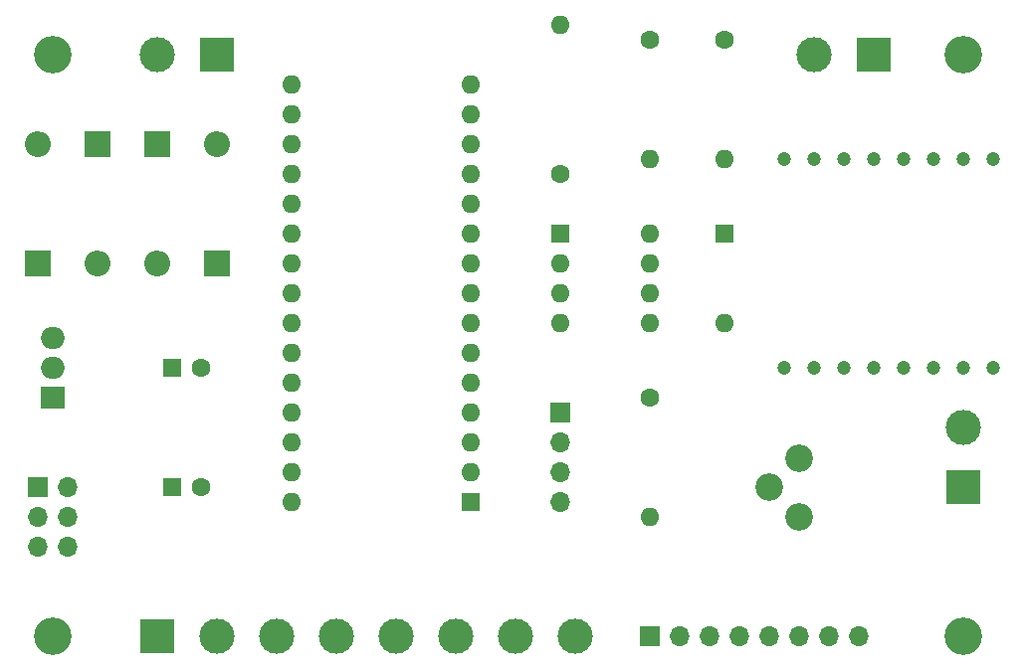
<source format=gbr>
%TF.GenerationSoftware,KiCad,Pcbnew,(6.0.4)*%
%TF.CreationDate,2022-08-02T08:21:37+02:00*%
%TF.ProjectId,DA01,44413031-2e6b-4696-9361-645f70636258,1.1*%
%TF.SameCoordinates,Original*%
%TF.FileFunction,Soldermask,Bot*%
%TF.FilePolarity,Negative*%
%FSLAX46Y46*%
G04 Gerber Fmt 4.6, Leading zero omitted, Abs format (unit mm)*
G04 Created by KiCad (PCBNEW (6.0.4)) date 2022-08-02 08:21:37*
%MOMM*%
%LPD*%
G01*
G04 APERTURE LIST*
%ADD10R,1.600000X1.600000*%
%ADD11O,1.600000X1.600000*%
%ADD12C,1.600000*%
%ADD13R,2.200000X2.200000*%
%ADD14O,2.200000X2.200000*%
%ADD15C,3.200000*%
%ADD16R,3.000000X3.000000*%
%ADD17C,3.000000*%
%ADD18C,2.340000*%
%ADD19R,2.000000X1.905000*%
%ADD20O,2.000000X1.905000*%
%ADD21C,1.200000*%
%ADD22R,1.700000X1.700000*%
%ADD23O,1.700000X1.700000*%
G04 APERTURE END LIST*
D10*
%TO.C,A1*%
X54610000Y-57150000D03*
D11*
X54610000Y-54610000D03*
X54610000Y-52070000D03*
X54610000Y-49530000D03*
X54610000Y-46990000D03*
X54610000Y-44450000D03*
X54610000Y-41910000D03*
X54610000Y-39370000D03*
X54610000Y-36830000D03*
X54610000Y-34290000D03*
X54610000Y-31750000D03*
X54610000Y-29210000D03*
X54610000Y-26670000D03*
X54610000Y-24130000D03*
X54610000Y-21590000D03*
X39370000Y-21590000D03*
X39370000Y-24130000D03*
X39370000Y-26670000D03*
X39370000Y-29210000D03*
X39370000Y-31750000D03*
X39370000Y-34290000D03*
X39370000Y-36830000D03*
X39370000Y-39370000D03*
X39370000Y-41910000D03*
X39370000Y-44450000D03*
X39370000Y-46990000D03*
X39370000Y-49530000D03*
X39370000Y-52070000D03*
X39370000Y-54610000D03*
X39370000Y-57150000D03*
%TD*%
D10*
%TO.C,C1*%
X29210000Y-45720000D03*
D12*
X31710000Y-45720000D03*
%TD*%
D10*
%TO.C,C2*%
X29210000Y-55880000D03*
D12*
X31710000Y-55880000D03*
%TD*%
D13*
%TO.C,D3*%
X27940000Y-26670000D03*
D14*
X27940000Y-36830000D03*
%TD*%
D13*
%TO.C,D4*%
X22860000Y-26670000D03*
D14*
X22860000Y-36830000D03*
%TD*%
D10*
%TO.C,D5*%
X76200000Y-34290000D03*
D11*
X76200000Y-41910000D03*
%TD*%
D15*
%TO.C,H1*%
X19050000Y-19050000D03*
%TD*%
%TO.C,H2*%
X96520000Y-19050000D03*
%TD*%
%TO.C,H3*%
X19050000Y-68580000D03*
%TD*%
%TO.C,H4*%
X96520000Y-68580000D03*
%TD*%
D16*
%TO.C,J2*%
X33020000Y-19050000D03*
D17*
X27940000Y-19050000D03*
%TD*%
D16*
%TO.C,J3*%
X88900000Y-19050000D03*
D17*
X83820000Y-19050000D03*
%TD*%
D16*
%TO.C,J6*%
X96520000Y-55880000D03*
D17*
X96520000Y-50800000D03*
%TD*%
D12*
%TO.C,R1*%
X69850000Y-17780000D03*
D11*
X69850000Y-27940000D03*
%TD*%
D12*
%TO.C,R2*%
X76200000Y-17780000D03*
D11*
X76200000Y-27940000D03*
%TD*%
D12*
%TO.C,R3*%
X62230000Y-29210000D03*
D11*
X62230000Y-16510000D03*
%TD*%
D18*
%TO.C,RV1*%
X82550000Y-58420000D03*
X80050000Y-55920000D03*
X82550000Y-53420000D03*
%TD*%
D19*
%TO.C,U1*%
X19050000Y-48260000D03*
D20*
X19050000Y-45720000D03*
X19050000Y-43180000D03*
%TD*%
D21*
%TO.C,U3*%
X81280000Y-45720000D03*
X83820000Y-45720000D03*
X86360000Y-45720000D03*
X88900000Y-45720000D03*
X91440000Y-45720000D03*
X93980000Y-45720000D03*
X96520000Y-45720000D03*
X99060000Y-45720000D03*
X99060000Y-27940000D03*
X96520000Y-27940000D03*
X93980000Y-27940000D03*
X91440000Y-27940000D03*
X88900000Y-27940000D03*
X86360000Y-27940000D03*
X83820000Y-27940000D03*
X81280000Y-27940000D03*
%TD*%
D10*
%TO.C,U2*%
X62230000Y-34290000D03*
D11*
X62230000Y-36830000D03*
X62230000Y-39370000D03*
X62230000Y-41910000D03*
X69850000Y-41910000D03*
X69850000Y-39370000D03*
X69850000Y-36830000D03*
X69850000Y-34290000D03*
%TD*%
D13*
%TO.C,D2*%
X17780000Y-36830000D03*
D14*
X17780000Y-26670000D03*
%TD*%
D13*
%TO.C,D1*%
X33020000Y-36830000D03*
D14*
X33020000Y-26670000D03*
%TD*%
D22*
%TO.C,J4*%
X17780000Y-55880000D03*
D23*
X20320000Y-55880000D03*
X17780000Y-58420000D03*
X20320000Y-58420000D03*
X17780000Y-60960000D03*
X20320000Y-60960000D03*
%TD*%
D22*
%TO.C,J7*%
X69850000Y-68580000D03*
D23*
X72390000Y-68580000D03*
X74930000Y-68580000D03*
X77470000Y-68580000D03*
X80010000Y-68580000D03*
X82550000Y-68580000D03*
X85090000Y-68580000D03*
X87630000Y-68580000D03*
%TD*%
D16*
%TO.C,J5*%
X27940000Y-68580000D03*
D17*
X33020000Y-68580000D03*
X38100000Y-68580000D03*
X43180000Y-68580000D03*
X48260000Y-68580000D03*
X53340000Y-68580000D03*
X58420000Y-68580000D03*
X63500000Y-68580000D03*
%TD*%
D22*
%TO.C,J1*%
X62230000Y-49530000D03*
D23*
X62230000Y-52070000D03*
X62230000Y-54610000D03*
X62230000Y-57150000D03*
%TD*%
D12*
%TO.C,R4*%
X69850000Y-48260000D03*
D11*
X69850000Y-58420000D03*
%TD*%
M02*

</source>
